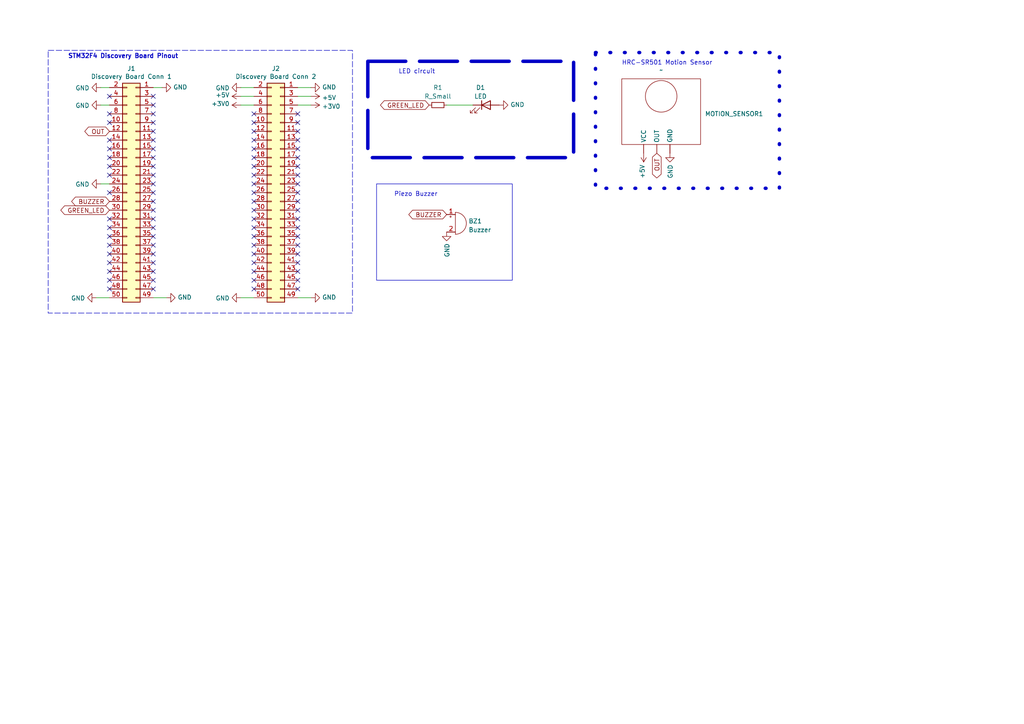
<source format=kicad_sch>
(kicad_sch (version 20230121) (generator eeschema)
  (paper "A4")
  (title_block (title "STM32F4 Kitchen Timer Shield") (date "2023-05-07") (rev "1.0"))
  (lib_symbols
    (symbol "Connector_Generic:Conn_02x25_Odd_Even" (pin_names (offset 1.016) hide)
      (property "Reference" "J" (at 1.27 33.02 0))
      (property "Value" "Conn_02x25_Odd_Even" (at 1.27 -33.02 0))
      (symbol "Conn_02x25_Odd_Even_1_1"
        (rectangle (start -1.27 -30.353) (end 0 -30.607) (stroke (width 0.1524)))
        (rectangle (start -1.27 -27.813) (end 0 -28.067) (stroke (width 0.1524)))
        (rectangle (start -1.27 -25.273) (end 0 -25.527) (stroke (width 0.1524)))
        (rectangle (start -1.27 -22.733) (end 0 -22.987) (stroke (width 0.1524)))
        (rectangle (start -1.27 -20.193) (end 0 -20.447) (stroke (width 0.1524)))
        (rectangle (start -1.27 -17.653) (end 0 -17.907) (stroke (width 0.1524)))
        (rectangle (start -1.27 -15.113) (end 0 -15.367) (stroke (width 0.1524)))
        (rectangle (start -1.27 -12.573) (end 0 -12.827) (stroke (width 0.1524)))
        (rectangle (start -1.27 -10.033) (end 0 -10.287) (stroke (width 0.1524)))
        (rectangle (start -1.27 -7.493) (end 0 -7.747) (stroke (width 0.1524)))
        (rectangle (start -1.27 -4.953) (end 0 -5.207) (stroke (width 0.1524)))
        (rectangle (start -1.27 -2.413) (end 0 -2.667) (stroke (width 0.1524)))
        (rectangle (start -1.27 0.127) (end 0 -0.127) (stroke (width 0.1524)))
        (rectangle (start -1.27 2.667) (end 0 2.413) (stroke (width 0.1524)))
        (rectangle (start -1.27 5.207) (end 0 4.953) (stroke (width 0.1524)))
        (rectangle (start -1.27 7.747) (end 0 7.493) (stroke (width 0.1524)))
        (rectangle (start -1.27 10.287) (end 0 10.033) (stroke (width 0.1524)))
        (rectangle (start -1.27 12.827) (end 0 12.573) (stroke (width 0.1524)))
        (rectangle (start -1.27 15.367) (end 0 15.113) (stroke (width 0.1524)))
        (rectangle (start -1.27 17.907) (end 0 17.653) (stroke (width 0.1524)))
        (rectangle (start -1.27 20.447) (end 0 20.193) (stroke (width 0.1524)))
        (rectangle (start -1.27 22.987) (end 0 22.733) (stroke (width 0.1524)))
        (rectangle (start -1.27 25.527) (end 0 25.273) (stroke (width 0.1524)))
        (rectangle (start -1.27 28.067) (end 0 27.813) (stroke (width 0.1524)))
        (rectangle (start -1.27 30.607) (end 0 30.353) (stroke (width 0.1524)))
        (rectangle (start -1.27 31.75) (end 3.81 -31.75) (stroke (width 0.254)) (fill (type background)))
        (rectangle (start 3.81 -30.353) (end 2.54 -30.607) (stroke (width 0.1524)))
        (rectangle (start 3.81 -27.813) (end 2.54 -28.067) (stroke (width 0.1524)))
        (rectangle (start 3.81 -25.273) (end 2.54 -25.527) (stroke (width 0.1524)))
        (rectangle (start 3.81 -22.733) (end 2.54 -22.987) (stroke (width 0.1524)))
        (rectangle (start 3.81 -20.193) (end 2.54 -20.447) (stroke (width 0.1524)))
        (rectangle (start 3.81 -17.653) (end 2.54 -17.907) (stroke (width 0.1524)))
        (rectangle (start 3.81 -15.113) (end 2.54 -15.367) (stroke (width 0.1524)))
        (rectangle (start 3.81 -12.573) (end 2.54 -12.827) (stroke (width 0.1524)))
        (rectangle (start 3.81 -10.033) (end 2.54 -10.287) (stroke (width 0.1524)))
        (rectangle (start 3.81 -7.493) (end 2.54 -7.747) (stroke (width 0.1524)))
        (rectangle (start 3.81 -4.953) (end 2.54 -5.207) (stroke (width 0.1524)))
        (rectangle (start 3.81 -2.413) (end 2.54 -2.667) (stroke (width 0.1524)))
        (rectangle (start 3.81 0.127) (end 2.54 -0.127) (stroke (width 0.1524)))
        (rectangle (start 3.81 2.667) (end 2.54 2.413) (stroke (width 0.1524)))
        (rectangle (start 3.81 5.207) (end 2.54 4.953) (stroke (width 0.1524)))
        (rectangle (start 3.81 7.747) (end 2.54 7.493) (stroke (width 0.1524)))
        (rectangle (start 3.81 10.287) (end 2.54 10.033) (stroke (width 0.1524)))
        (rectangle (start 3.81 12.827) (end 2.54 12.573) (stroke (width 0.1524)))
        (rectangle (start 3.81 15.367) (end 2.54 15.113) (stroke (width 0.1524)))
        (rectangle (start 3.81 17.907) (end 2.54 17.653) (stroke (width 0.1524)))
        (rectangle (start 3.81 20.447) (end 2.54 20.193) (stroke (width 0.1524)))
        (rectangle (start 3.81 22.987) (end 2.54 22.733) (stroke (width 0.1524)))
        (rectangle (start 3.81 25.527) (end 2.54 25.273) (stroke (width 0.1524)))
        (rectangle (start 3.81 28.067) (end 2.54 27.813) (stroke (width 0.1524)))
        (rectangle (start 3.81 30.607) (end 2.54 30.353) (stroke (width 0.1524)))
        (pin passive line (at -5.08 30.48 0) (length 3.81) (name "Pin_1") (number "1"))
        (pin passive line (at 7.62 20.32 180) (length 3.81) (name "Pin_10") (number "10"))
        (pin passive line (at -5.08 17.78 0) (length 3.81) (name "Pin_11") (number "11"))
        (pin passive line (at 7.62 17.78 180) (length 3.81) (name "Pin_12") (number "12"))
        (pin passive line (at -5.08 15.24 0) (length 3.81) (name "Pin_13") (number "13"))
        (pin passive line (at 7.62 15.24 180) (length 3.81) (name "Pin_14") (number "14"))
        (pin passive line (at -5.08 12.7 0) (length 3.81) (name "Pin_15") (number "15"))
        (pin passive line (at 7.62 12.7 180) (length 3.81) (name "Pin_16") (number "16"))
        (pin passive line (at -5.08 10.16 0) (length 3.81) (name "Pin_17") (number "17"))
        (pin passive line (at 7.62 10.16 180) (length 3.81) (name "Pin_18") (number "18"))
        (pin passive line (at -5.08 7.62 0) (length 3.81) (name "Pin_19") (number "19"))
        (pin passive line (at 7.62 30.48 180) (length 3.81) (name "Pin_2") (number "2"))
        (pin passive line (at 7.62 7.62 180) (length 3.81) (name "Pin_20") (number "20"))
        (pin passive line (at -5.08 5.08 0) (length 3.81) (name "Pin_21") (number "21"))
        (pin passive line (at 7.62 5.08 180) (length 3.81) (name "Pin_22") (number "22"))
        (pin passive line (at -5.08 2.54 0) (length 3.81) (name "Pin_23") (number "23"))
        (pin passive line (at 7.62 2.54 180) (length 3.81) (name "Pin_24") (number "24"))
        (pin passive line (at -5.08 0 0) (length 3.81) (name "Pin_25") (number "25"))
        (pin passive line (at 7.62 0 180) (length 3.81) (name "Pin_26") (number "26"))
        (pin passive line (at -5.08 -2.54 0) (length 3.81) (name "Pin_27") (number "27"))
        (pin passive line (at 7.62 -2.54 180) (length 3.81) (name "Pin_28") (number "28"))
        (pin passive line (at -5.08 -5.08 0) (length 3.81) (name "Pin_29") (number "29"))
        (pin passive line (at -5.08 27.94 0) (length 3.81) (name "Pin_3") (number "3"))
        (pin passive line (at 7.62 -5.08 180) (length 3.81) (name "Pin_30") (number "30"))
        (pin passive line (at -5.08 -7.62 0) (length 3.81) (name "Pin_31") (number "31"))
        (pin passive line (at 7.62 -7.62 180) (length 3.81) (name "Pin_32") (number "32"))
        (pin passive line (at -5.08 -10.16 0) (length 3.81) (name "Pin_33") (number "33"))
        (pin passive line (at 7.62 -10.16 180) (length 3.81) (name "Pin_34") (number "34"))
        (pin passive line (at -5.08 -12.7 0) (length 3.81) (name "Pin_35") (number "35"))
        (pin passive line (at 7.62 -12.7 180) (length 3.81) (name "Pin_36") (number "36"))
        (pin passive line (at -5.08 -15.24 0) (length 3.81) (name "Pin_37") (number "37"))
        (pin passive line (at 7.62 -15.24 180) (length 3.81) (name "Pin_38") (number "38"))
        (pin passive line (at -5.08 -17.78 0) (length 3.81) (name "Pin_39") (number "39"))
        (pin passive line (at 7.62 27.94 180) (length 3.81) (name "Pin_4") (number "4"))
        (pin passive line (at 7.62 -17.78 180) (length 3.81) (name "Pin_40") (number "40"))
        (pin passive line (at -5.08 -20.32 0) (length 3.81) (name "Pin_41") (number "41"))
        (pin passive line (at 7.62 -20.32 180) (length 3.81) (name "Pin_42") (number "42"))
        (pin passive line (at -5.08 -22.86 0) (length 3.81) (name "Pin_43") (number "43"))
        (pin passive line (at 7.62 -22.86 180) (length 3.81) (name "Pin_44") (number "44"))
        (pin passive line (at -5.08 -25.4 0) (length 3.81) (name "Pin_45") (number "45"))
        (pin passive line (at 7.62 -25.4 180) (length 3.81) (name "Pin_46") (number "46"))
        (pin passive line (at -5.08 -27.94 0) (length 3.81) (name "Pin_47") (number "47"))
        (pin passive line (at 7.62 -27.94 180) (length 3.81) (name "Pin_48") (number "48"))
        (pin passive line (at -5.08 -30.48 0) (length 3.81) (name "Pin_49") (number "49"))
        (pin passive line (at -5.08 25.4 0) (length 3.81) (name "Pin_5") (number "5"))
        (pin passive line (at 7.62 -30.48 180) (length 3.81) (name "Pin_50") (number "50"))
        (pin passive line (at 7.62 25.4 180) (length 3.81) (name "Pin_6") (number "6"))
        (pin passive line (at -5.08 22.86 0) (length 3.81) (name "Pin_7") (number "7"))
        (pin passive line (at 7.62 22.86 180) (length 3.81) (name "Pin_8") (number "8"))
        (pin passive line (at -5.08 20.32 0) (length 3.81) (name "Pin_9") (number "9"))
      )
    )
    (symbol "Device:Buzzer" (pin_names (offset 0.0254) hide)
      (property "Reference" "BZ" (at 3.81 1.27 0))
      (property "Value" "Buzzer" (at 3.81 -1.27 0))
      (symbol "Buzzer_0_1"
        (arc (start 0 -3.175) (mid 3.1612 0) (end 0 3.175))
        (polyline (pts (xy -1.651 1.905) (xy -1.143 1.905)))
        (polyline (pts (xy -1.397 2.159) (xy -1.397 1.651)))
        (polyline (pts (xy 0 3.175) (xy 0 -3.175)))
      )
      (symbol "Buzzer_1_1"
        (pin passive line (at -2.54 2.54 0) (length 2.54) (name "-") (number "1"))
        (pin passive line (at -2.54 -2.54 0) (length 2.54) (name "+") (number "2"))
      )
    )
    (symbol "Device:LED" (pin_numbers hide) (pin_names (offset 1.016) hide)
      (property "Reference" "D" (at 0 2.54 0))
      (property "Value" "LED" (at 0 -2.54 0))
      (symbol "LED_0_1"
        (polyline (pts (xy -1.27 -1.27) (xy -1.27 1.27)) (stroke (width 0.254)))
        (polyline (pts (xy -1.27 0) (xy 1.27 0)))
        (polyline (pts (xy 1.27 -1.27) (xy 1.27 1.27) (xy -1.27 0) (xy 1.27 -1.27)) (stroke (width 0.254)))
        (polyline (pts (xy -3.048 -0.762) (xy -4.572 -2.286) (xy -3.81 -2.286) (xy -4.572 -2.286) (xy -4.572 -1.524)))
        (polyline (pts (xy -1.778 -0.762) (xy -3.302 -2.286) (xy -2.54 -2.286) (xy -3.302 -2.286) (xy -3.302 -1.524)))
      )
      (symbol "LED_1_1"
        (pin passive line (at -3.81 0 0) (length 2.54) (name "K") (number "1"))
        (pin passive line (at 3.81 0 180) (length 2.54) (name "A") (number "2"))
      )
    )
    (symbol "Device:R_Small" (pin_numbers hide) (pin_names (offset 0.254) hide)
      (property "Reference" "R" (at 0.762 0.508 0))
      (property "Value" "R_Small" (at 0.762 -1.016 0))
      (symbol "R_Small_0_1"
        (rectangle (start -0.762 1.778) (end 0.762 -1.778) (stroke (width 0.2032)))
      )
      (symbol "R_Small_1_1"
        (pin passive line (at 0 2.54 270) (length 0.762) (name "~") (number "1"))
        (pin passive line (at 0 -2.54 90) (length 0.762) (name "~") (number "2"))
      )
    )
    (symbol "Embedded:PIR_MOTION"
      (property "Reference" "MOTION_SENSOR" (at 0 0 0))
      (symbol "PIR_MOTION_0_1"
        (rectangle (start -11.43 -2.54) (end 11.43 -21.59))
        (circle (center 0 -7.62) (radius 4.5791))
      )
      (symbol "PIR_MOTION_1_1"
        (pin input line (at 2.54 -24.13 90) (length 2.54) (name "GND") (number ""))
        (pin output line (at -1.27 -24.13 90) (length 2.54) (name "OUT") (number ""))
        (pin input line (at -5.08 -24.13 90) (length 2.54) (name "VCC") (number ""))
      )
    )
    (symbol "power:+3V0" (power) (pin_names (offset 0))
      (property "Value" "+3V0" (at 0 3.556 0))
      (symbol "+3V0_0_1"
        (polyline (pts (xy -0.762 1.27) (xy 0 2.54)))
        (polyline (pts (xy 0 0) (xy 0 2.54)))
        (polyline (pts (xy 0 2.54) (xy 0.762 1.27)))
      )
      (symbol "+3V0_1_1"
        (pin power_in line (at 0 0 90) (length 0) hide (name "+3V0") (number "1"))
      )
    )
    (symbol "power:+5V" (power) (pin_names (offset 0))
      (property "Value" "+5V" (at 0 3.556 0))
      (symbol "+5V_0_1"
        (polyline (pts (xy -0.762 1.27) (xy 0 2.54)))
        (polyline (pts (xy 0 0) (xy 0 2.54)))
        (polyline (pts (xy 0 2.54) (xy 0.762 1.27)))
      )
      (symbol "+5V_1_1"
        (pin power_in line (at 0 0 90) (length 0) hide (name "+5V") (number "1"))
      )
    )
    (symbol "power:GND" (power) (pin_names (offset 0))
      (property "Value" "GND" (at 0 -3.81 0))
      (symbol "GND_0_1"
        (polyline (pts (xy 0 0) (xy 0 -1.27) (xy 1.27 -1.27) (xy 0 -2.54) (xy -1.27 -1.27) (xy 0 -1.27)))
      )
      (symbol "GND_1_1"
        (pin power_in line (at 0 0 270) (length 0) hide (name "GND") (number "1"))
      )
    )
  )
  (no_connect (at 44.45 55.88))
  (no_connect (at 31.75 71.12))
  (no_connect (at 86.36 71.12))
  (no_connect (at 44.45 27.94))
  (no_connect (at 73.66 33.02))
  (no_connect (at 73.66 53.34))
  (no_connect (at 31.75 78.74))
  (no_connect (at 31.75 35.56))
  (no_connect (at 73.66 76.2))
  (no_connect (at 31.75 27.94))
  (no_connect (at 86.36 35.56))
  (no_connect (at 44.45 66.04))
  (no_connect (at 86.36 78.74))
  (no_connect (at 86.36 38.1))
  (no_connect (at 73.66 45.72))
  (no_connect (at 73.66 50.8))
  (no_connect (at 86.36 48.26))
  (no_connect (at 44.45 76.2))
  (no_connect (at 86.36 76.2))
  (no_connect (at 44.45 50.8))
  (no_connect (at 31.75 83.82))
  (no_connect (at 44.45 78.74))
  (no_connect (at 31.75 55.88))
  (no_connect (at 31.75 63.5))
  (no_connect (at 86.36 66.04))
  (no_connect (at 44.45 43.18))
  (no_connect (at 73.66 71.12))
  (no_connect (at 86.36 55.88))
  (no_connect (at 44.45 71.12))
  (no_connect (at 31.75 66.04))
  (no_connect (at 31.75 73.66))
  (no_connect (at 86.36 40.64))
  (no_connect (at 44.45 81.28))
  (no_connect (at 73.66 48.26))
  (no_connect (at 73.66 66.04))
  (no_connect (at 31.75 50.8))
  (no_connect (at 44.45 48.26))
  (no_connect (at 73.66 38.1))
  (no_connect (at 73.66 60.96))
  (no_connect (at 31.75 48.26))
  (no_connect (at 44.45 30.48))
  (no_connect (at 73.66 43.18))
  (no_connect (at 86.36 60.96))
  (no_connect (at 31.75 43.18))
  (no_connect (at 73.66 81.28))
  (no_connect (at 86.36 53.34))
  (no_connect (at 73.66 35.56))
  (no_connect (at 44.45 58.42))
  (no_connect (at 44.45 83.82))
  (no_connect (at 86.36 68.58))
  (no_connect (at 44.45 35.56))
  (no_connect (at 73.66 55.88))
  (no_connect (at 73.66 68.58))
  (no_connect (at 86.36 83.82))
  (no_connect (at 44.45 53.34))
  (no_connect (at 31.75 40.64))
  (no_connect (at 86.36 73.66))
  (no_connect (at 31.75 33.02))
  (no_connect (at 73.66 78.74))
  (no_connect (at 73.66 58.42))
  (no_connect (at 44.45 40.64))
  (no_connect (at 86.36 43.18))
  (no_connect (at 86.36 45.72))
  (no_connect (at 86.36 63.5))
  (no_connect (at 44.45 68.58))
  (no_connect (at 44.45 45.72))
  (no_connect (at 86.36 81.28))
  (no_connect (at 73.66 83.82))
  (no_connect (at 86.36 33.02))
  (no_connect (at 73.66 40.64))
  (no_connect (at 73.66 73.66))
  (no_connect (at 73.66 63.5))
  (no_connect (at 44.45 63.5))
  (no_connect (at 86.36 50.8))
  (no_connect (at 31.75 81.28))
  (no_connect (at 31.75 68.58))
  (no_connect (at 31.75 45.72))
  (no_connect (at 44.45 73.66))
  (no_connect (at 44.45 60.96))
  (no_connect (at 31.75 76.2))
  (no_connect (at 44.45 33.02))
  (no_connect (at 86.36 58.42))
  (no_connect (at 44.45 38.1))
  (wire (pts (xy 29.21 30.48) (xy 31.75 30.48)))
  (wire (pts (xy 29.21 25.4) (xy 31.75 25.4)))
  (wire (pts (xy 86.36 25.4) (xy 90.17 25.4)))
  (wire (pts (xy 86.36 86.36) (xy 90.17 86.36)))
  (wire (pts (xy 48.26 86.36) (xy 44.45 86.36)))
  (wire (pts (xy 86.36 30.48) (xy 90.17 30.48)))
  (wire (pts (xy 46.99 25.4) (xy 44.45 25.4)))
  (wire (pts (xy 69.85 27.94) (xy 73.66 27.94)))
  (wire (pts (xy 69.85 86.36) (xy 73.66 86.36)))
  (wire (pts (xy 29.21 53.34) (xy 31.75 53.34)))
  (wire (pts (xy 86.36 27.94) (xy 90.17 27.94)))
  (wire (pts (xy 69.85 30.48) (xy 73.66 30.48)))
  (wire (pts (xy 27.94 86.36) (xy 31.75 86.36)))
  (wire (pts (xy 129.54 30.48) (xy 137.16 30.48)))
  (wire (pts (xy 69.85 25.4) (xy 73.66 25.4)))
  (rectangle (start 109.22 53.34) (end 148.59 81.28))
  (rectangle (start 13.97 14.605) (end 102.235 90.805) (stroke (width 0) (type dash)))
  (rectangle (start 172.72 15.24) (end 226.06 54.61) (stroke (width 1) (type dot)))
  (rectangle (start 106.68 17.78) (end 166.37 45.72) (stroke (width 1) (type dash)))
  (text "LED circuit" (at 115.57 21.59 0) (effects (font (size 1.27 1.27)) (justify left bottom)))
  (text "Piezo Buzzer" (at 114.3 57.15 0) (effects (font (size 1.27 1.27)) (justify left bottom)))
  (text "HRC-SR501 Motion Sensor" (at 180.34 19.05 0) (effects (font (size 1.27 1.27)) (justify left bottom)))
  (text "STM32F4 Discovery Board Pinout" (at 19.685 17.145 0) (effects (font (size 1.27 1.27) (thickness 0.254) bold) (justify left bottom)))
  (global_label "OUT" (shape bidirectional) (at 190.5 44.45 270) (property "Intersheetrefs" "${INTERSHEET_REFS}" (effects hide)))
  (global_label "BUZZER" (shape bidirectional) (at 31.75 58.42 180) (property "Intersheetrefs" "${INTERSHEET_REFS}" (effects hide)))
  (global_label "GREEN_LED" (shape bidirectional) (at 31.75 60.96 180) (property "Intersheetrefs" "${INTERSHEET_REFS}" (effects hide)))
  (global_label "GREEN_LED" (shape bidirectional) (at 124.46 30.48 180) (property "Intersheetrefs" "${INTERSHEET_REFS}" (effects hide)))
  (global_label "OUT" (shape bidirectional) (at 31.75 38.1 180) (property "Intersheetrefs" "${INTERSHEET_REFS}" (effects hide)))
  (global_label "BUZZER" (shape bidirectional) (at 129.54 62.23 180) (property "Intersheetrefs" "${INTERSHEET_REFS}" (effects hide)))
  (symbol (lib_id "Device:R_Small") (at 127 30.48 90) (unit 1)
    (property "Reference" "R1" (at 127 25.4 90))
    (property "Value" "R_Small" (at 127 27.94 90))
    (property "Footprint" "Resistor_SMD:R_0603_1608Metric" (effects hide))
  )
  (symbol (lib_id "power:+5V") (at 90.17 27.94 270) (unit 1)
    (property "Reference" "#PWR011" (effects hide))
    (property "Value" "+5V" (at 93.4212 28.321 90) (effects (justify left)))
  )
  (symbol (lib_id "power:GND") (at 29.21 53.34 270) (unit 1)
    (property "Reference" "#PWR021" (effects hide))
    (property "Value" "GND" (at 25.9588 53.467 90) (effects (justify right)))
  )
  (symbol (lib_id "power:GND") (at 194.31 44.45 0) (unit 1)
    (property "Reference" "#PWR015" (effects hide))
    (property "Value" "GND" (at 194.437 47.7012 90) (effects (justify right)))
  )
  (symbol (lib_id "Connector_Generic:Conn_02x25_Odd_Even") (at 39.37 55.88 0) (mirror y) (unit 1)
    (property "Reference" "J1" (at 38.1 19.8882 0))
    (property "Value" "Discovery Board Conn 1" (at 38.1 22.1996 0))
    (property "Footprint" "Connector_PinSocket_2.54mm:PinSocket_2x25_P2.54mm_Vertical" (effects hide))
  )
  (symbol (lib_id "power:GND") (at 90.17 25.4 90) (unit 1)
    (property "Reference" "#PWR010" (effects hide))
    (property "Value" "GND" (at 93.4212 25.273 90) (effects (justify right)))
  )
  (symbol (lib_id "power:GND") (at 129.54 67.31 0) (unit 1)
    (property "Reference" "#PWR017" (effects hide))
    (property "Value" "GND" (at 129.667 70.5612 90) (effects (justify right)))
  )
  (symbol (lib_id "power:GND") (at 69.85 25.4 270) (unit 1)
    (property "Reference" "#PWR06" (effects hide))
    (property "Value" "GND" (at 66.5988 25.527 90) (effects (justify right)))
  )
  (symbol (lib_id "power:GND") (at 29.21 30.48 270) (unit 1)
    (property "Reference" "#PWR03" (effects hide))
    (property "Value" "GND" (at 25.9588 30.607 90) (effects (justify right)))
  )
  (symbol (lib_id "power:GND") (at 46.99 25.4 90) (unit 1)
    (property "Reference" "#PWR04" (effects hide))
    (property "Value" "GND" (at 50.2412 25.273 90) (effects (justify right)))
  )
  (symbol (lib_id "power:GND") (at 48.26 86.36 90) (unit 1)
    (property "Reference" "#PWR05" (effects hide))
    (property "Value" "GND" (at 51.5112 86.233 90) (effects (justify right)))
  )
  (symbol (lib_id "power:GND") (at 27.94 86.36 270) (unit 1)
    (property "Reference" "#PWR01" (effects hide))
    (property "Value" "GND" (at 24.6888 86.487 90) (effects (justify right)))
  )
  (symbol (lib_id "power:+5V") (at 186.69 44.45 180) (unit 1)
    (property "Reference" "#PWR014" (effects hide))
    (property "Value" "+5V" (at 186.309 47.7012 90) (effects (justify left)))
  )
  (symbol (lib_id "power:+5V") (at 69.85 27.94 90) (unit 1)
    (property "Reference" "#PWR07" (effects hide))
    (property "Value" "+5V" (at 66.5988 27.559 90) (effects (justify left)))
  )
  (symbol (lib_id "Device:Buzzer") (at 132.08 64.77 0) (unit 1)
    (property "Reference" "BZ1" (at 135.89 64.135 0) (effects (justify left)))
    (property "Value" "Buzzer" (at 135.89 66.675 0) (effects (justify left)))
    (property "Footprint" "Buzzer_Beeper:MagneticBuzzer_PUI_AT-0927-TT-6-R" (effects hide))
  )
  (symbol (lib_id "Device:LED") (at 140.97 30.48 0) (unit 1)
    (property "Reference" "D1" (at 139.3825 25.4 0))
    (property "Value" "LED" (at 139.3825 27.94 0))
    (property "Footprint" "LED_SMD:LED_0603_1608Metric" (effects hide))
  )
  (symbol (lib_id "power:GND") (at 29.21 25.4 270) (unit 1)
    (property "Reference" "#PWR02" (effects hide))
    (property "Value" "GND" (at 25.9588 25.527 90) (effects (justify right)))
  )
  (symbol (lib_id "power:+3V0") (at 69.85 30.48 90) (unit 1)
    (property "Reference" "#PWR08" (effects hide))
    (property "Value" "+3V0" (at 66.5988 30.099 90) (effects (justify left)))
  )
  (symbol (lib_id "Embedded:PIR_MOTION") (at 191.77 20.32 0) (unit 1)
    (property "Reference" "MOTION_SENSOR1" (at 204.47 33.02 0) (effects (justify left)))
    (property "Value" "~" (at 191.77 20.32 0))
    (property "Footprint" "Connector_PinSocket_2.54mm:PinSocket_1x03_P2.54mm_Vertical" (effects hide))
  )
  (symbol (lib_id "power:GND") (at 69.85 86.36 270) (unit 1)
    (property "Reference" "#PWR09" (effects hide))
    (property "Value" "GND" (at 66.5988 86.487 90) (effects (justify right)))
  )
  (symbol (lib_id "power:GND") (at 90.17 86.36 90) (unit 1)
    (property "Reference" "#PWR013" (effects hide))
    (property "Value" "GND" (at 93.4212 86.233 90) (effects (justify right)))
  )
  (symbol (lib_id "Connector_Generic:Conn_02x25_Odd_Even") (at 81.28 55.88 0) (mirror y) (unit 1)
    (property "Reference" "J2" (at 80.01 19.8882 0))
    (property "Value" "Discovery Board Conn 2" (at 80.01 22.1996 0))
    (property "Footprint" "Connector_PinSocket_2.54mm:PinSocket_2x25_P2.54mm_Vertical" (effects hide))
  )
  (symbol (lib_id "power:+3V0") (at 90.17 30.48 270) (unit 1)
    (property "Reference" "#PWR012" (effects hide))
    (property "Value" "+3V0" (at 93.4212 30.861 90) (effects (justify left)))
  )
  (symbol (lib_id "power:GND") (at 144.78 30.48 90) (unit 1)
    (property "Reference" "#PWR016" (effects hide))
    (property "Value" "GND" (at 148.0312 30.353 90) (effects (justify right)))
  )
)
</source>
